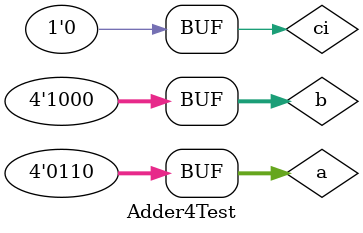
<source format=v>
`timescale 1ns / 1ps


module Adder4Test;

	// Inputs
	reg [3:0] a;
	reg [3:0] b;
	reg ci;

	// Outputs
	wire [3:0] s;
	wire co;

	// Instantiate the Unit Under Test (UUT)
	Adder4 uut (
		.a(a), 
		.b(b), 
		.ci(ci), 
		.s(s), 
		.co(co)
	);

	initial begin
		// Initialize Inputs
		a = 6;
		b = 8;
		ci = 0;

		// Wait 100 ns for global reset to finish
		#100;
		// Add stimulus here

	end
      
endmodule


</source>
